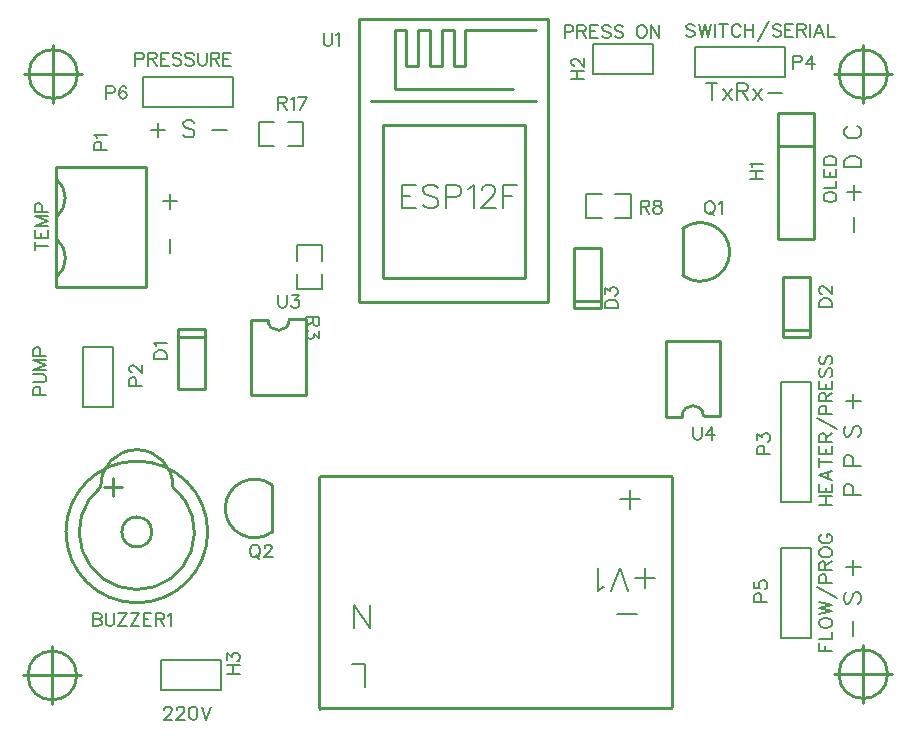
<source format=gto>
G04 Layer: TopSilkLayer*
G04 EasyEDA v6.4.19.4, 2021-06-14T19:23:21+03:00*
G04 c287602e535a46618d334795f056a235,b3268d441ec746f5bebdd9f8aa6dfed9,10*
G04 Gerber Generator version 0.2*
G04 Scale: 100 percent, Rotated: No, Reflected: No *
G04 Dimensions in millimeters *
G04 leading zeros omitted , absolute positions ,4 integer and 5 decimal *
%FSLAX45Y45*%
%MOMM*%

%ADD10C,0.2540*%
%ADD31C,0.2286*%
%ADD32C,0.1999*%
%ADD33C,0.2581*%
%ADD34C,0.2032*%
%ADD35C,0.2030*%
%ADD36C,0.1778*%
%ADD37C,0.1270*%

%LPD*%
D34*
X7282680Y-5265000D02*
G01*
X7282680Y-5142318D01*
X7221463Y-4896954D02*
G01*
X7207750Y-4910670D01*
X7200892Y-4930990D01*
X7200892Y-4958168D01*
X7207750Y-4978742D01*
X7221463Y-4992458D01*
X7234928Y-4992458D01*
X7248644Y-4985600D01*
X7255502Y-4978742D01*
X7262360Y-4965026D01*
X7275822Y-4924132D01*
X7282680Y-4910670D01*
X7289538Y-4903812D01*
X7303254Y-4896954D01*
X7323574Y-4896954D01*
X7337290Y-4910670D01*
X7344145Y-4930990D01*
X7344145Y-4958168D01*
X7337290Y-4978742D01*
X7323574Y-4992458D01*
X7221463Y-4685626D02*
G01*
X7344145Y-4685626D01*
X7282680Y-4746840D02*
G01*
X7282680Y-4624158D01*
X7200910Y-4072046D02*
G01*
X7344166Y-4072046D01*
X7200910Y-4072046D02*
G01*
X7200910Y-4010832D01*
X7207768Y-3990258D01*
X7214626Y-3983400D01*
X7228088Y-3976542D01*
X7248662Y-3976542D01*
X7262124Y-3983400D01*
X7268982Y-3990258D01*
X7275840Y-4010832D01*
X7275840Y-4072046D01*
X7200910Y-3826682D02*
G01*
X7344166Y-3826682D01*
X7200910Y-3826682D02*
G01*
X7200910Y-3765214D01*
X7207768Y-3744894D01*
X7214626Y-3738036D01*
X7228088Y-3731178D01*
X7248662Y-3731178D01*
X7262124Y-3738036D01*
X7268982Y-3744894D01*
X7275840Y-3765214D01*
X7275840Y-3826682D01*
X7221230Y-3485814D02*
G01*
X7207768Y-3499276D01*
X7200910Y-3519850D01*
X7200910Y-3547028D01*
X7207768Y-3567602D01*
X7221230Y-3581064D01*
X7234946Y-3581064D01*
X7248662Y-3574460D01*
X7255520Y-3567602D01*
X7262124Y-3553886D01*
X7275840Y-3512992D01*
X7282698Y-3499276D01*
X7289556Y-3492672D01*
X7303272Y-3485814D01*
X7323592Y-3485814D01*
X7337308Y-3499276D01*
X7344166Y-3519850D01*
X7344166Y-3547028D01*
X7337308Y-3567602D01*
X7323592Y-3581064D01*
X7221230Y-3274486D02*
G01*
X7344166Y-3274486D01*
X7282698Y-3335700D02*
G01*
X7282698Y-3213018D01*
X7288994Y-1843900D02*
G01*
X7288994Y-1721218D01*
X7227526Y-1509890D02*
G01*
X7350208Y-1509890D01*
X7288994Y-1571358D02*
G01*
X7288994Y-1448422D01*
X7207206Y-1298562D02*
G01*
X7350208Y-1298562D01*
X7207206Y-1298562D02*
G01*
X7207206Y-1250810D01*
X7214064Y-1230236D01*
X7227526Y-1216774D01*
X7241242Y-1209916D01*
X7261562Y-1203058D01*
X7295852Y-1203058D01*
X7316172Y-1209916D01*
X7329888Y-1216774D01*
X7343604Y-1230236D01*
X7350208Y-1250810D01*
X7350208Y-1298562D01*
X7241242Y-950836D02*
G01*
X7227526Y-957694D01*
X7214064Y-971156D01*
X7207206Y-984872D01*
X7207206Y-1012050D01*
X7214064Y-1025766D01*
X7227526Y-1039482D01*
X7241242Y-1046340D01*
X7261562Y-1053198D01*
X7295852Y-1053198D01*
X7316172Y-1046340D01*
X7329888Y-1039482D01*
X7343604Y-1025766D01*
X7350208Y-1012050D01*
X7350208Y-984872D01*
X7343604Y-971156D01*
X7329888Y-957694D01*
X7316172Y-950836D01*
X6083045Y-585978D02*
G01*
X6083045Y-729234D01*
X6035293Y-585978D02*
G01*
X6130797Y-585978D01*
X6175756Y-633729D02*
G01*
X6250940Y-729234D01*
X6250940Y-633729D02*
G01*
X6175756Y-729234D01*
X6295897Y-585978D02*
G01*
X6295897Y-729234D01*
X6295897Y-585978D02*
G01*
X6357111Y-585978D01*
X6377686Y-592836D01*
X6384543Y-599694D01*
X6391402Y-613155D01*
X6391402Y-626871D01*
X6384543Y-640587D01*
X6377686Y-647445D01*
X6357111Y-654304D01*
X6295897Y-654304D01*
X6343650Y-654304D02*
G01*
X6391402Y-729234D01*
X6436359Y-633729D02*
G01*
X6511290Y-729234D01*
X6511290Y-633729D02*
G01*
X6436359Y-729234D01*
X6556247Y-667765D02*
G01*
X6678929Y-667765D01*
X1397000Y-921257D02*
G01*
X1397000Y-1043939D01*
X1335531Y-982726D02*
G01*
X1458213Y-982726D01*
X1703831Y-921257D02*
G01*
X1690115Y-907542D01*
X1669542Y-900937D01*
X1642363Y-900937D01*
X1621789Y-907542D01*
X1608328Y-921257D01*
X1608328Y-934973D01*
X1615186Y-948689D01*
X1621789Y-955294D01*
X1635505Y-962152D01*
X1676400Y-975868D01*
X1690115Y-982726D01*
X1696973Y-989584D01*
X1703831Y-1003045D01*
X1703831Y-1023620D01*
X1690115Y-1037081D01*
X1669542Y-1043939D01*
X1642363Y-1043939D01*
X1621789Y-1037081D01*
X1608328Y-1023620D01*
X1853692Y-982726D02*
G01*
X1976373Y-982726D01*
X1497629Y-2024931D02*
G01*
X1497629Y-1902249D01*
X1436415Y-1585765D02*
G01*
X1559097Y-1585765D01*
X1497629Y-1647233D02*
G01*
X1497629Y-1524551D01*
X3145360Y-5696165D02*
G01*
X3145360Y-5502203D01*
X3145360Y-5502203D02*
G01*
X3034525Y-5502203D01*
X3187771Y-5200721D02*
G01*
X3187771Y-5006759D01*
X3187771Y-5200721D02*
G01*
X3058462Y-5006759D01*
X3058462Y-5200721D02*
G01*
X3058462Y-5006759D01*
X5447098Y-5081696D02*
G01*
X5280842Y-5081696D01*
X5520936Y-4859748D02*
G01*
X5520936Y-4693493D01*
X5604062Y-4776622D02*
G01*
X5437807Y-4776622D01*
X5376847Y-4887457D02*
G01*
X5302956Y-4693493D01*
X5229064Y-4887457D02*
G01*
X5302956Y-4693493D01*
X5168104Y-4850511D02*
G01*
X5149634Y-4859748D01*
X5121925Y-4887457D01*
X5121925Y-4693493D01*
X5389646Y-4192137D02*
G01*
X5389646Y-4025882D01*
X5472775Y-4109008D02*
G01*
X5306519Y-4109008D01*
D36*
X2797195Y-157479D02*
G01*
X2797195Y-235204D01*
X2802275Y-250952D01*
X2812689Y-261365D01*
X2828437Y-266445D01*
X2838851Y-266445D01*
X2854345Y-261365D01*
X2864759Y-250952D01*
X2869839Y-235204D01*
X2869839Y-157479D01*
X2904129Y-178054D02*
G01*
X2914543Y-172973D01*
X2930291Y-157479D01*
X2930291Y-266445D01*
D34*
X3458972Y-1447545D02*
G01*
X3458972Y-1641347D01*
X3458972Y-1447545D02*
G01*
X3578859Y-1447545D01*
X3458972Y-1539747D02*
G01*
X3532631Y-1539747D01*
X3458972Y-1641347D02*
G01*
X3578859Y-1641347D01*
X3769106Y-1475231D02*
G01*
X3750818Y-1456689D01*
X3723131Y-1447545D01*
X3686047Y-1447545D01*
X3658361Y-1456689D01*
X3639820Y-1475231D01*
X3639820Y-1493520D01*
X3649218Y-1512062D01*
X3658361Y-1521205D01*
X3676904Y-1530604D01*
X3732275Y-1549145D01*
X3750818Y-1558289D01*
X3759961Y-1567434D01*
X3769106Y-1585976D01*
X3769106Y-1613662D01*
X3750818Y-1632204D01*
X3723131Y-1641347D01*
X3686047Y-1641347D01*
X3658361Y-1632204D01*
X3639820Y-1613662D01*
X3830065Y-1447545D02*
G01*
X3830065Y-1641347D01*
X3830065Y-1447545D02*
G01*
X3913377Y-1447545D01*
X3941063Y-1456689D01*
X3950208Y-1465834D01*
X3959352Y-1484376D01*
X3959352Y-1512062D01*
X3950208Y-1530604D01*
X3941063Y-1539747D01*
X3913377Y-1549145D01*
X3830065Y-1549145D01*
X4020311Y-1484376D02*
G01*
X4038854Y-1475231D01*
X4066540Y-1447545D01*
X4066540Y-1641347D01*
X4136897Y-1493520D02*
G01*
X4136897Y-1484376D01*
X4146041Y-1465834D01*
X4155186Y-1456689D01*
X4173727Y-1447545D01*
X4210811Y-1447545D01*
X4229100Y-1456689D01*
X4238497Y-1465834D01*
X4247641Y-1484376D01*
X4247641Y-1502918D01*
X4238497Y-1521205D01*
X4219956Y-1549145D01*
X4127500Y-1641347D01*
X4256786Y-1641347D01*
X4317745Y-1447545D02*
G01*
X4317745Y-1641347D01*
X4317745Y-1447545D02*
G01*
X4437888Y-1447545D01*
X4317745Y-1539747D02*
G01*
X4391659Y-1539747D01*
D36*
X2413000Y-2376170D02*
G01*
X2413000Y-2453894D01*
X2418079Y-2469642D01*
X2428494Y-2480055D01*
X2444241Y-2485136D01*
X2454656Y-2485136D01*
X2470150Y-2480055D01*
X2480563Y-2469642D01*
X2485643Y-2453894D01*
X2485643Y-2376170D01*
X2530347Y-2376170D02*
G01*
X2587497Y-2376170D01*
X2556509Y-2417571D01*
X2572004Y-2417571D01*
X2582418Y-2422905D01*
X2587497Y-2427986D01*
X2592831Y-2443479D01*
X2592831Y-2453894D01*
X2587497Y-2469642D01*
X2577084Y-2480055D01*
X2561590Y-2485136D01*
X2546095Y-2485136D01*
X2530347Y-2480055D01*
X2525268Y-2474721D01*
X2519934Y-2464307D01*
X5926988Y-3493363D02*
G01*
X5926988Y-3571087D01*
X5932068Y-3586835D01*
X5942482Y-3597249D01*
X5958230Y-3602329D01*
X5968644Y-3602329D01*
X5984138Y-3597249D01*
X5994552Y-3586835D01*
X5999632Y-3571087D01*
X5999632Y-3493363D01*
X6085992Y-3493363D02*
G01*
X6033922Y-3566007D01*
X6111900Y-3566007D01*
X6085992Y-3493363D02*
G01*
X6085992Y-3602329D01*
X1360170Y-2921000D02*
G01*
X1469136Y-2921000D01*
X1360170Y-2921000D02*
G01*
X1360170Y-2884678D01*
X1365250Y-2868929D01*
X1375663Y-2858770D01*
X1386078Y-2853436D01*
X1401571Y-2848355D01*
X1427479Y-2848355D01*
X1443228Y-2853436D01*
X1453642Y-2858770D01*
X1464055Y-2868929D01*
X1469136Y-2884678D01*
X1469136Y-2921000D01*
X1380744Y-2814065D02*
G01*
X1375663Y-2803652D01*
X1360170Y-2787904D01*
X1469136Y-2787904D01*
X6991756Y-2480995D02*
G01*
X7100722Y-2480995D01*
X6991756Y-2480995D02*
G01*
X6991756Y-2444673D01*
X6996836Y-2428925D01*
X7007250Y-2418765D01*
X7017664Y-2413431D01*
X7033158Y-2408351D01*
X7059066Y-2408351D01*
X7074814Y-2413431D01*
X7085228Y-2418765D01*
X7095642Y-2428925D01*
X7100722Y-2444673D01*
X7100722Y-2480995D01*
X7017664Y-2368727D02*
G01*
X7012330Y-2368727D01*
X7001916Y-2363647D01*
X6996836Y-2358313D01*
X6991756Y-2347899D01*
X6991756Y-2327325D01*
X6996836Y-2316911D01*
X7001916Y-2311577D01*
X7012330Y-2306497D01*
X7022744Y-2306497D01*
X7033158Y-2311577D01*
X7048906Y-2321991D01*
X7100722Y-2374061D01*
X7100722Y-2301163D01*
X5178569Y-2491879D02*
G01*
X5287535Y-2491879D01*
X5178569Y-2491879D02*
G01*
X5178569Y-2455557D01*
X5183649Y-2439809D01*
X5194063Y-2429649D01*
X5204477Y-2424315D01*
X5219971Y-2419235D01*
X5245879Y-2419235D01*
X5261627Y-2424315D01*
X5272041Y-2429649D01*
X5282455Y-2439809D01*
X5287535Y-2455557D01*
X5287535Y-2491879D01*
X5178569Y-2374531D02*
G01*
X5178569Y-2317381D01*
X5219971Y-2348369D01*
X5219971Y-2332875D01*
X5225305Y-2322461D01*
X5230385Y-2317381D01*
X5245879Y-2312047D01*
X5256293Y-2312047D01*
X5272041Y-2317381D01*
X5282455Y-2327795D01*
X5287535Y-2343289D01*
X5287535Y-2358783D01*
X5282455Y-2374531D01*
X5277121Y-2379611D01*
X5266707Y-2384945D01*
X6056629Y-1583766D02*
G01*
X6046215Y-1588846D01*
X6035802Y-1599260D01*
X6030468Y-1609674D01*
X6025388Y-1625168D01*
X6025388Y-1651076D01*
X6030468Y-1666824D01*
X6035802Y-1677238D01*
X6046215Y-1687652D01*
X6056629Y-1692732D01*
X6077458Y-1692732D01*
X6087618Y-1687652D01*
X6098031Y-1677238D01*
X6103365Y-1666824D01*
X6108445Y-1651076D01*
X6108445Y-1625168D01*
X6103365Y-1609674D01*
X6098031Y-1599260D01*
X6087618Y-1588846D01*
X6077458Y-1583766D01*
X6056629Y-1583766D01*
X6072124Y-1671904D02*
G01*
X6103365Y-1703146D01*
X6142736Y-1604340D02*
G01*
X6153150Y-1599260D01*
X6168897Y-1583766D01*
X6168897Y-1692732D01*
X2205837Y-4491761D02*
G01*
X2195423Y-4496841D01*
X2185009Y-4507255D01*
X2179675Y-4517669D01*
X2174595Y-4533163D01*
X2174595Y-4559071D01*
X2179675Y-4574819D01*
X2185009Y-4585233D01*
X2195423Y-4595647D01*
X2205837Y-4600727D01*
X2226665Y-4600727D01*
X2236825Y-4595647D01*
X2247239Y-4585233D01*
X2252573Y-4574819D01*
X2257653Y-4559071D01*
X2257653Y-4533163D01*
X2252573Y-4517669D01*
X2247239Y-4507255D01*
X2236825Y-4496841D01*
X2226665Y-4491761D01*
X2205837Y-4491761D01*
X2221331Y-4579899D02*
G01*
X2252573Y-4611141D01*
X2297277Y-4517669D02*
G01*
X2297277Y-4512335D01*
X2302357Y-4501921D01*
X2307691Y-4496841D01*
X2318105Y-4491761D01*
X2338679Y-4491761D01*
X2349093Y-4496841D01*
X2354427Y-4501921D01*
X2359507Y-4512335D01*
X2359507Y-4522749D01*
X2354427Y-4533163D01*
X2344013Y-4548911D01*
X2291943Y-4600727D01*
X2364841Y-4600727D01*
X844593Y-5073142D02*
G01*
X844593Y-5182107D01*
X844593Y-5073142D02*
G01*
X891329Y-5073142D01*
X906823Y-5078221D01*
X912157Y-5083302D01*
X917237Y-5093715D01*
X917237Y-5104129D01*
X912157Y-5114544D01*
X906823Y-5119878D01*
X891329Y-5124957D01*
X844593Y-5124957D02*
G01*
X891329Y-5124957D01*
X906823Y-5130292D01*
X912157Y-5135371D01*
X917237Y-5145786D01*
X917237Y-5161279D01*
X912157Y-5171694D01*
X906823Y-5177028D01*
X891329Y-5182107D01*
X844593Y-5182107D01*
X951527Y-5073142D02*
G01*
X951527Y-5150865D01*
X956861Y-5166613D01*
X967275Y-5177028D01*
X982769Y-5182107D01*
X993183Y-5182107D01*
X1008677Y-5177028D01*
X1019091Y-5166613D01*
X1024425Y-5150865D01*
X1024425Y-5073142D01*
X1131359Y-5073142D02*
G01*
X1058715Y-5182107D01*
X1058715Y-5073142D02*
G01*
X1131359Y-5073142D01*
X1058715Y-5182107D02*
G01*
X1131359Y-5182107D01*
X1238293Y-5073142D02*
G01*
X1165649Y-5182107D01*
X1165649Y-5073142D02*
G01*
X1238293Y-5073142D01*
X1165649Y-5182107D02*
G01*
X1238293Y-5182107D01*
X1272583Y-5073142D02*
G01*
X1272583Y-5182107D01*
X1272583Y-5073142D02*
G01*
X1340147Y-5073142D01*
X1272583Y-5124957D02*
G01*
X1314239Y-5124957D01*
X1272583Y-5182107D02*
G01*
X1340147Y-5182107D01*
X1374437Y-5073142D02*
G01*
X1374437Y-5182107D01*
X1374437Y-5073142D02*
G01*
X1421173Y-5073142D01*
X1436921Y-5078221D01*
X1442001Y-5083302D01*
X1447335Y-5093715D01*
X1447335Y-5104129D01*
X1442001Y-5114544D01*
X1436921Y-5119878D01*
X1421173Y-5124957D01*
X1374437Y-5124957D01*
X1411013Y-5124957D02*
G01*
X1447335Y-5182107D01*
X1481625Y-5093715D02*
G01*
X1492039Y-5088636D01*
X1507533Y-5073142D01*
X1507533Y-5182107D01*
X6407096Y-1399357D02*
G01*
X6516062Y-1399357D01*
X6407096Y-1326713D02*
G01*
X6516062Y-1326713D01*
X6458912Y-1399357D02*
G01*
X6458912Y-1326713D01*
X6427670Y-1292423D02*
G01*
X6422590Y-1282009D01*
X6407096Y-1266261D01*
X6516062Y-1266261D01*
D37*
X7030839Y-1560725D02*
G01*
X7035919Y-1571139D01*
X7046333Y-1581553D01*
X7056747Y-1586887D01*
X7072241Y-1591967D01*
X7098149Y-1591967D01*
X7113897Y-1586887D01*
X7124311Y-1581553D01*
X7134725Y-1571139D01*
X7139805Y-1560725D01*
X7139805Y-1539897D01*
X7134725Y-1529737D01*
X7124311Y-1519323D01*
X7113897Y-1513989D01*
X7098149Y-1508909D01*
X7072241Y-1508909D01*
X7056747Y-1513989D01*
X7046333Y-1519323D01*
X7035919Y-1529737D01*
X7030839Y-1539897D01*
X7030839Y-1560725D01*
X7030839Y-1474619D02*
G01*
X7139805Y-1474619D01*
X7139805Y-1474619D02*
G01*
X7139805Y-1412135D01*
X7030839Y-1377845D02*
G01*
X7139805Y-1377845D01*
X7030839Y-1377845D02*
G01*
X7030839Y-1310281D01*
X7082655Y-1377845D02*
G01*
X7082655Y-1336443D01*
X7139805Y-1377845D02*
G01*
X7139805Y-1310281D01*
X7030839Y-1275991D02*
G01*
X7139805Y-1275991D01*
X7030839Y-1275991D02*
G01*
X7030839Y-1239669D01*
X7035919Y-1224175D01*
X7046333Y-1213761D01*
X7056747Y-1208427D01*
X7072241Y-1203347D01*
X7098149Y-1203347D01*
X7113897Y-1208427D01*
X7124311Y-1213761D01*
X7134725Y-1224175D01*
X7139805Y-1239669D01*
X7139805Y-1275991D01*
D36*
X5480989Y-1581277D02*
G01*
X5480989Y-1690243D01*
X5480989Y-1581277D02*
G01*
X5527725Y-1581277D01*
X5543219Y-1586356D01*
X5548553Y-1591437D01*
X5553633Y-1601851D01*
X5553633Y-1612264D01*
X5548553Y-1622679D01*
X5543219Y-1628012D01*
X5527725Y-1633093D01*
X5480989Y-1633093D01*
X5517311Y-1633093D02*
G01*
X5553633Y-1690243D01*
X5614085Y-1581277D02*
G01*
X5598337Y-1586356D01*
X5593257Y-1596770D01*
X5593257Y-1607185D01*
X5598337Y-1617598D01*
X5608751Y-1622679D01*
X5629579Y-1628012D01*
X5645073Y-1633093D01*
X5655487Y-1643506D01*
X5660821Y-1653920D01*
X5660821Y-1669414D01*
X5655487Y-1679829D01*
X5650407Y-1685162D01*
X5634659Y-1690243D01*
X5614085Y-1690243D01*
X5598337Y-1685162D01*
X5593257Y-1679829D01*
X5587923Y-1669414D01*
X5587923Y-1653920D01*
X5593257Y-1643506D01*
X5603671Y-1633093D01*
X5619165Y-1628012D01*
X5639993Y-1622679D01*
X5650407Y-1617598D01*
X5655487Y-1607185D01*
X5655487Y-1596770D01*
X5650407Y-1586356D01*
X5634659Y-1581277D01*
X5614085Y-1581277D01*
X2413000Y-699770D02*
G01*
X2413000Y-808736D01*
X2413000Y-699770D02*
G01*
X2459736Y-699770D01*
X2475229Y-704850D01*
X2480563Y-709929D01*
X2485643Y-720344D01*
X2485643Y-730757D01*
X2480563Y-741171D01*
X2475229Y-746505D01*
X2459736Y-751586D01*
X2413000Y-751586D01*
X2449322Y-751586D02*
G01*
X2485643Y-808736D01*
X2519934Y-720344D02*
G01*
X2530347Y-715263D01*
X2546095Y-699770D01*
X2546095Y-808736D01*
X2653029Y-699770D02*
G01*
X2600959Y-808736D01*
X2580386Y-699770D02*
G01*
X2653029Y-699770D01*
X1979269Y-5587441D02*
G01*
X2088235Y-5587441D01*
X1979269Y-5514797D02*
G01*
X2088235Y-5514797D01*
X2031085Y-5587441D02*
G01*
X2031085Y-5514797D01*
X1979269Y-5470093D02*
G01*
X1979269Y-5412943D01*
X2020671Y-5443931D01*
X2020671Y-5428437D01*
X2026005Y-5418023D01*
X2031085Y-5412943D01*
X2046579Y-5407609D01*
X2056993Y-5407609D01*
X2072741Y-5412943D01*
X2083155Y-5423357D01*
X2088235Y-5438851D01*
X2088235Y-5454345D01*
X2083155Y-5470093D01*
X2077821Y-5475173D01*
X2067407Y-5480507D01*
D37*
X1447744Y-5891192D02*
G01*
X1447744Y-5885858D01*
X1453078Y-5875444D01*
X1458158Y-5870364D01*
X1468572Y-5865284D01*
X1489400Y-5865284D01*
X1499814Y-5870364D01*
X1504894Y-5875444D01*
X1510228Y-5885858D01*
X1510228Y-5896272D01*
X1504894Y-5906686D01*
X1494734Y-5922434D01*
X1442664Y-5974250D01*
X1515308Y-5974250D01*
X1554932Y-5891192D02*
G01*
X1554932Y-5885858D01*
X1560012Y-5875444D01*
X1565346Y-5870364D01*
X1575760Y-5865284D01*
X1596334Y-5865284D01*
X1606748Y-5870364D01*
X1612082Y-5875444D01*
X1617162Y-5885858D01*
X1617162Y-5896272D01*
X1612082Y-5906686D01*
X1601668Y-5922434D01*
X1549598Y-5974250D01*
X1622496Y-5974250D01*
X1687774Y-5865284D02*
G01*
X1672280Y-5870364D01*
X1661866Y-5885858D01*
X1656786Y-5912020D01*
X1656786Y-5927514D01*
X1661866Y-5953422D01*
X1672280Y-5969170D01*
X1687774Y-5974250D01*
X1698188Y-5974250D01*
X1713936Y-5969170D01*
X1724350Y-5953422D01*
X1729430Y-5927514D01*
X1729430Y-5912020D01*
X1724350Y-5885858D01*
X1713936Y-5870364D01*
X1698188Y-5865284D01*
X1687774Y-5865284D01*
X1763720Y-5865284D02*
G01*
X1805376Y-5974250D01*
X1846778Y-5865284D02*
G01*
X1805376Y-5974250D01*
D36*
X1152875Y-3147077D02*
G01*
X1261841Y-3147077D01*
X1152875Y-3147077D02*
G01*
X1152875Y-3100341D01*
X1157955Y-3084847D01*
X1163035Y-3079513D01*
X1173449Y-3074433D01*
X1189197Y-3074433D01*
X1199611Y-3079513D01*
X1204691Y-3084847D01*
X1210025Y-3100341D01*
X1210025Y-3147077D01*
X1178783Y-3034809D02*
G01*
X1173449Y-3034809D01*
X1163035Y-3029729D01*
X1157955Y-3024395D01*
X1152875Y-3013981D01*
X1152875Y-2993407D01*
X1157955Y-2982993D01*
X1163035Y-2977659D01*
X1173449Y-2972579D01*
X1183863Y-2972579D01*
X1194277Y-2977659D01*
X1210025Y-2988073D01*
X1261841Y-3040143D01*
X1261841Y-2967245D01*
D37*
X340232Y-3226523D02*
G01*
X449453Y-3226523D01*
X340232Y-3226523D02*
G01*
X340232Y-3179787D01*
X345312Y-3164293D01*
X350646Y-3159213D01*
X361061Y-3153879D01*
X376554Y-3153879D01*
X386969Y-3159213D01*
X392303Y-3164293D01*
X397382Y-3179787D01*
X397382Y-3226523D01*
X340232Y-3119589D02*
G01*
X418211Y-3119589D01*
X433704Y-3114509D01*
X444119Y-3104095D01*
X449453Y-3088347D01*
X449453Y-3077933D01*
X444119Y-3062439D01*
X433704Y-3052025D01*
X418211Y-3046945D01*
X340232Y-3046945D01*
X340232Y-3012655D02*
G01*
X449453Y-3012655D01*
X340232Y-3012655D02*
G01*
X449453Y-2970999D01*
X340232Y-2929343D02*
G01*
X449453Y-2970999D01*
X340232Y-2929343D02*
G01*
X449453Y-2929343D01*
X340232Y-2895053D02*
G01*
X449453Y-2895053D01*
X340232Y-2895053D02*
G01*
X340232Y-2848317D01*
X345312Y-2832823D01*
X350646Y-2827743D01*
X361061Y-2822409D01*
X376554Y-2822409D01*
X386969Y-2827743D01*
X392303Y-2832823D01*
X397382Y-2848317D01*
X397382Y-2895053D01*
D36*
X6470101Y-3726682D02*
G01*
X6579067Y-3726682D01*
X6470101Y-3726682D02*
G01*
X6470101Y-3679946D01*
X6475181Y-3664452D01*
X6480261Y-3659118D01*
X6490675Y-3654038D01*
X6506423Y-3654038D01*
X6516837Y-3659118D01*
X6521917Y-3664452D01*
X6527251Y-3679946D01*
X6527251Y-3726682D01*
X6470101Y-3609334D02*
G01*
X6470101Y-3552184D01*
X6511503Y-3583172D01*
X6511503Y-3567678D01*
X6516837Y-3557264D01*
X6521917Y-3552184D01*
X6537411Y-3546850D01*
X6547825Y-3546850D01*
X6563573Y-3552184D01*
X6573987Y-3562598D01*
X6579067Y-3578092D01*
X6579067Y-3593586D01*
X6573987Y-3609334D01*
X6568653Y-3614414D01*
X6558239Y-3619748D01*
D37*
X6994921Y-4157393D02*
G01*
X7103887Y-4157393D01*
X6994921Y-4084495D02*
G01*
X7103887Y-4084495D01*
X7046737Y-4157393D02*
G01*
X7046737Y-4084495D01*
X6994921Y-4050205D02*
G01*
X7103887Y-4050205D01*
X6994921Y-4050205D02*
G01*
X6994921Y-3982641D01*
X7046737Y-4050205D02*
G01*
X7046737Y-4008803D01*
X7103887Y-4050205D02*
G01*
X7103887Y-3982641D01*
X6994921Y-3906949D02*
G01*
X7103887Y-3948348D01*
X6994921Y-3906949D02*
G01*
X7103887Y-3865293D01*
X7067565Y-3932857D02*
G01*
X7067565Y-3881041D01*
X6994921Y-3794681D02*
G01*
X7103887Y-3794681D01*
X6994921Y-3831003D02*
G01*
X6994921Y-3758356D01*
X6994921Y-3724069D02*
G01*
X7103887Y-3724069D01*
X6994921Y-3724069D02*
G01*
X6994921Y-3656505D01*
X7046737Y-3724069D02*
G01*
X7046737Y-3682413D01*
X7103887Y-3724069D02*
G01*
X7103887Y-3656505D01*
X6994921Y-3622215D02*
G01*
X7103887Y-3622215D01*
X6994921Y-3622215D02*
G01*
X6994921Y-3575479D01*
X7000001Y-3559731D01*
X7005335Y-3554648D01*
X7015749Y-3549571D01*
X7026163Y-3549571D01*
X7036577Y-3554648D01*
X7041657Y-3559731D01*
X7046737Y-3575479D01*
X7046737Y-3622215D01*
X7046737Y-3585893D02*
G01*
X7103887Y-3549571D01*
X6974093Y-3421555D02*
G01*
X7140463Y-3515281D01*
X6994921Y-3387265D02*
G01*
X7103887Y-3387265D01*
X6994921Y-3387265D02*
G01*
X6994921Y-3340529D01*
X7000001Y-3325035D01*
X7005335Y-3319698D01*
X7015749Y-3314621D01*
X7031243Y-3314621D01*
X7041657Y-3319698D01*
X7046737Y-3325035D01*
X7052071Y-3340529D01*
X7052071Y-3387265D01*
X6994921Y-3280331D02*
G01*
X7103887Y-3280331D01*
X6994921Y-3280331D02*
G01*
X6994921Y-3233595D01*
X7000001Y-3218098D01*
X7005335Y-3212764D01*
X7015749Y-3207687D01*
X7026163Y-3207687D01*
X7036577Y-3212764D01*
X7041657Y-3218098D01*
X7046737Y-3233595D01*
X7046737Y-3280331D01*
X7046737Y-3244006D02*
G01*
X7103887Y-3207687D01*
X6994921Y-3173397D02*
G01*
X7103887Y-3173397D01*
X6994921Y-3173397D02*
G01*
X6994921Y-3105830D01*
X7046737Y-3173397D02*
G01*
X7046737Y-3131741D01*
X7103887Y-3173397D02*
G01*
X7103887Y-3105830D01*
X7010415Y-2998645D02*
G01*
X7000001Y-3009056D01*
X6994921Y-3024807D01*
X6994921Y-3045381D01*
X7000001Y-3061129D01*
X7010415Y-3071543D01*
X7020829Y-3071543D01*
X7031243Y-3066206D01*
X7036577Y-3061129D01*
X7041657Y-3050715D01*
X7052071Y-3019473D01*
X7057151Y-3009056D01*
X7062485Y-3003979D01*
X7072899Y-2998645D01*
X7088393Y-2998645D01*
X7098807Y-3009056D01*
X7103887Y-3024807D01*
X7103887Y-3045381D01*
X7098807Y-3061129D01*
X7088393Y-3071543D01*
X7010415Y-2891711D02*
G01*
X7000001Y-2902122D01*
X6994921Y-2917619D01*
X6994921Y-2938447D01*
X7000001Y-2953941D01*
X7010415Y-2964355D01*
X7020829Y-2964355D01*
X7031243Y-2959272D01*
X7036577Y-2953941D01*
X7041657Y-2943781D01*
X7052071Y-2912539D01*
X7057151Y-2902122D01*
X7062485Y-2896791D01*
X7072899Y-2891711D01*
X7088393Y-2891711D01*
X7098807Y-2902122D01*
X7103887Y-2917619D01*
X7103887Y-2938447D01*
X7098807Y-2953941D01*
X7088393Y-2964355D01*
D36*
X856777Y-1153650D02*
G01*
X965743Y-1153650D01*
X856777Y-1153650D02*
G01*
X856777Y-1106914D01*
X861857Y-1091420D01*
X866937Y-1086086D01*
X877351Y-1081006D01*
X893099Y-1081006D01*
X903513Y-1086086D01*
X908593Y-1091420D01*
X913927Y-1106914D01*
X913927Y-1153650D01*
X877351Y-1046716D02*
G01*
X872271Y-1036302D01*
X856777Y-1020554D01*
X965743Y-1020554D01*
D37*
X352836Y-1962924D02*
G01*
X461802Y-1962924D01*
X352836Y-1999246D02*
G01*
X352836Y-1926602D01*
X352836Y-1892312D02*
G01*
X461802Y-1892312D01*
X352836Y-1892312D02*
G01*
X352836Y-1824748D01*
X404652Y-1892312D02*
G01*
X404652Y-1850656D01*
X461802Y-1892312D02*
G01*
X461802Y-1824748D01*
X352836Y-1790458D02*
G01*
X461802Y-1790458D01*
X352836Y-1790458D02*
G01*
X461802Y-1748802D01*
X352836Y-1707400D02*
G01*
X461802Y-1748802D01*
X352836Y-1707400D02*
G01*
X461802Y-1707400D01*
X352836Y-1673110D02*
G01*
X461802Y-1673110D01*
X352836Y-1673110D02*
G01*
X352836Y-1626120D01*
X357916Y-1610626D01*
X363250Y-1605546D01*
X373664Y-1600212D01*
X389158Y-1600212D01*
X399572Y-1605546D01*
X404652Y-1610626D01*
X409986Y-1626120D01*
X409986Y-1673110D01*
D36*
X2760832Y-2567724D02*
G01*
X2651866Y-2567724D01*
X2760832Y-2567724D02*
G01*
X2760832Y-2614460D01*
X2755752Y-2629954D01*
X2750672Y-2635288D01*
X2740258Y-2640368D01*
X2729844Y-2640368D01*
X2719430Y-2635288D01*
X2714096Y-2629954D01*
X2709016Y-2614460D01*
X2709016Y-2567724D01*
X2709016Y-2604046D02*
G01*
X2651866Y-2640368D01*
X2760832Y-2685072D02*
G01*
X2760832Y-2742222D01*
X2719430Y-2711234D01*
X2719430Y-2726728D01*
X2714096Y-2737142D01*
X2709016Y-2742222D01*
X2693522Y-2747556D01*
X2683108Y-2747556D01*
X2667360Y-2742222D01*
X2656946Y-2731808D01*
X2651866Y-2716314D01*
X2651866Y-2700820D01*
X2656946Y-2685072D01*
X2662280Y-2679992D01*
X2672694Y-2674658D01*
X6772534Y-352785D02*
G01*
X6772534Y-461751D01*
X6772534Y-352785D02*
G01*
X6819270Y-352785D01*
X6834764Y-357865D01*
X6840098Y-362945D01*
X6845178Y-373359D01*
X6845178Y-389107D01*
X6840098Y-399521D01*
X6834764Y-404601D01*
X6819270Y-409935D01*
X6772534Y-409935D01*
X6931538Y-352785D02*
G01*
X6879468Y-425429D01*
X6957446Y-425429D01*
X6931538Y-352785D02*
G01*
X6931538Y-461751D01*
D37*
X5938011Y-99313D02*
G01*
X5927597Y-88900D01*
X5912104Y-83820D01*
X5891275Y-83820D01*
X5875781Y-88900D01*
X5865368Y-99313D01*
X5865368Y-109728D01*
X5870447Y-120142D01*
X5875781Y-125221D01*
X5886195Y-130555D01*
X5917184Y-140970D01*
X5927597Y-146050D01*
X5932931Y-151129D01*
X5938011Y-161544D01*
X5938011Y-177292D01*
X5927597Y-187705D01*
X5912104Y-192786D01*
X5891275Y-192786D01*
X5875781Y-187705D01*
X5865368Y-177292D01*
X5972302Y-83820D02*
G01*
X5998209Y-192786D01*
X6024372Y-83820D02*
G01*
X5998209Y-192786D01*
X6024372Y-83820D02*
G01*
X6050279Y-192786D01*
X6076188Y-83820D02*
G01*
X6050279Y-192786D01*
X6110477Y-83820D02*
G01*
X6110477Y-192786D01*
X6181090Y-83820D02*
G01*
X6181090Y-192786D01*
X6144768Y-83820D02*
G01*
X6217665Y-83820D01*
X6329679Y-109728D02*
G01*
X6324600Y-99313D01*
X6314186Y-88900D01*
X6303772Y-83820D01*
X6282943Y-83820D01*
X6272529Y-88900D01*
X6262115Y-99313D01*
X6257036Y-109728D01*
X6251956Y-125221D01*
X6251956Y-151129D01*
X6257036Y-166878D01*
X6262115Y-177292D01*
X6272529Y-187705D01*
X6282943Y-192786D01*
X6303772Y-192786D01*
X6314186Y-187705D01*
X6324600Y-177292D01*
X6329679Y-166878D01*
X6363970Y-83820D02*
G01*
X6363970Y-192786D01*
X6436868Y-83820D02*
G01*
X6436868Y-192786D01*
X6363970Y-135636D02*
G01*
X6436868Y-135636D01*
X6564629Y-62992D02*
G01*
X6471158Y-229107D01*
X6671563Y-99313D02*
G01*
X6661150Y-88900D01*
X6645656Y-83820D01*
X6624827Y-83820D01*
X6609334Y-88900D01*
X6598920Y-99313D01*
X6598920Y-109728D01*
X6604000Y-120142D01*
X6609334Y-125221D01*
X6619747Y-130555D01*
X6650736Y-140970D01*
X6661150Y-146050D01*
X6666484Y-151129D01*
X6671563Y-161544D01*
X6671563Y-177292D01*
X6661150Y-187705D01*
X6645656Y-192786D01*
X6624827Y-192786D01*
X6609334Y-187705D01*
X6598920Y-177292D01*
X6705854Y-83820D02*
G01*
X6705854Y-192786D01*
X6705854Y-83820D02*
G01*
X6773418Y-83820D01*
X6705854Y-135636D02*
G01*
X6747509Y-135636D01*
X6705854Y-192786D02*
G01*
X6773418Y-192786D01*
X6807708Y-83820D02*
G01*
X6807708Y-192786D01*
X6807708Y-83820D02*
G01*
X6854443Y-83820D01*
X6870191Y-88900D01*
X6875272Y-93979D01*
X6880606Y-104394D01*
X6880606Y-114807D01*
X6875272Y-125221D01*
X6870191Y-130555D01*
X6854443Y-135636D01*
X6807708Y-135636D01*
X6844029Y-135636D02*
G01*
X6880606Y-192786D01*
X6914895Y-83820D02*
G01*
X6914895Y-192786D01*
X6990588Y-83820D02*
G01*
X6949186Y-192786D01*
X6990588Y-83820D02*
G01*
X7032243Y-192786D01*
X6964679Y-156463D02*
G01*
X7016495Y-156463D01*
X7066534Y-83820D02*
G01*
X7066534Y-192786D01*
X7066534Y-192786D02*
G01*
X7128763Y-192786D01*
D36*
X6444896Y-4974148D02*
G01*
X6553862Y-4974148D01*
X6444896Y-4974148D02*
G01*
X6444896Y-4927412D01*
X6449976Y-4911918D01*
X6455056Y-4906584D01*
X6465470Y-4901504D01*
X6481218Y-4901504D01*
X6491632Y-4906584D01*
X6496712Y-4911918D01*
X6502046Y-4927412D01*
X6502046Y-4974148D01*
X6444896Y-4804730D02*
G01*
X6444896Y-4856800D01*
X6491632Y-4861880D01*
X6486298Y-4856800D01*
X6481218Y-4841052D01*
X6481218Y-4825558D01*
X6486298Y-4810064D01*
X6496712Y-4799650D01*
X6512206Y-4794316D01*
X6522620Y-4794316D01*
X6538368Y-4799650D01*
X6548782Y-4810064D01*
X6553862Y-4825558D01*
X6553862Y-4841052D01*
X6548782Y-4856800D01*
X6543448Y-4861880D01*
X6533034Y-4867214D01*
D37*
X6994870Y-5394756D02*
G01*
X7103836Y-5394756D01*
X6994870Y-5394756D02*
G01*
X6994870Y-5327446D01*
X7046686Y-5394756D02*
G01*
X7046686Y-5353354D01*
X6994870Y-5293156D02*
G01*
X7103836Y-5293156D01*
X7103836Y-5293156D02*
G01*
X7103836Y-5230672D01*
X6994870Y-5165140D02*
G01*
X6999950Y-5175554D01*
X7010364Y-5185968D01*
X7020778Y-5191302D01*
X7036272Y-5196382D01*
X7062434Y-5196382D01*
X7077928Y-5191302D01*
X7088342Y-5185968D01*
X7098756Y-5175554D01*
X7103836Y-5165140D01*
X7103836Y-5144566D01*
X7098756Y-5134152D01*
X7088342Y-5123738D01*
X7077928Y-5118404D01*
X7062434Y-5113324D01*
X7036272Y-5113324D01*
X7020778Y-5118404D01*
X7010364Y-5123738D01*
X6999950Y-5134152D01*
X6994870Y-5144566D01*
X6994870Y-5165140D01*
X6994870Y-5079034D02*
G01*
X7103836Y-5053126D01*
X6994870Y-5026964D02*
G01*
X7103836Y-5053126D01*
X6994870Y-5026964D02*
G01*
X7103836Y-5001056D01*
X6994870Y-4975148D02*
G01*
X7103836Y-5001056D01*
X6974042Y-4847386D02*
G01*
X7140412Y-4940858D01*
X6994870Y-4813096D02*
G01*
X7103836Y-4813096D01*
X6994870Y-4813096D02*
G01*
X6994870Y-4766106D01*
X6999950Y-4750612D01*
X7005284Y-4745532D01*
X7015698Y-4740198D01*
X7031192Y-4740198D01*
X7041606Y-4745532D01*
X7046686Y-4750612D01*
X7052020Y-4766106D01*
X7052020Y-4813096D01*
X6994870Y-4705908D02*
G01*
X7103836Y-4705908D01*
X6994870Y-4705908D02*
G01*
X6994870Y-4659172D01*
X6999950Y-4643678D01*
X7005284Y-4638344D01*
X7015698Y-4633264D01*
X7026112Y-4633264D01*
X7036272Y-4638344D01*
X7041606Y-4643678D01*
X7046686Y-4659172D01*
X7046686Y-4705908D01*
X7046686Y-4669586D02*
G01*
X7103836Y-4633264D01*
X6994870Y-4567732D02*
G01*
X6999950Y-4578146D01*
X7010364Y-4588560D01*
X7020778Y-4593640D01*
X7036272Y-4598974D01*
X7062434Y-4598974D01*
X7077928Y-4593640D01*
X7088342Y-4588560D01*
X7098756Y-4578146D01*
X7103836Y-4567732D01*
X7103836Y-4546904D01*
X7098756Y-4536490D01*
X7088342Y-4526076D01*
X7077928Y-4520996D01*
X7062434Y-4515916D01*
X7036272Y-4515916D01*
X7020778Y-4520996D01*
X7010364Y-4526076D01*
X6999950Y-4536490D01*
X6994870Y-4546904D01*
X6994870Y-4567732D01*
X7020778Y-4403648D02*
G01*
X7010364Y-4408728D01*
X6999950Y-4419142D01*
X6994870Y-4429556D01*
X6994870Y-4450384D01*
X6999950Y-4460798D01*
X7010364Y-4471212D01*
X7020778Y-4476292D01*
X7036272Y-4481626D01*
X7062434Y-4481626D01*
X7077928Y-4476292D01*
X7088342Y-4471212D01*
X7098756Y-4460798D01*
X7103836Y-4450384D01*
X7103836Y-4429556D01*
X7098756Y-4419142D01*
X7088342Y-4408728D01*
X7077928Y-4403648D01*
X7062434Y-4403648D01*
X7062434Y-4429556D02*
G01*
X7062434Y-4403648D01*
D36*
X4895070Y-551482D02*
G01*
X5004036Y-551482D01*
X4895070Y-478838D02*
G01*
X5004036Y-478838D01*
X4946886Y-551482D02*
G01*
X4946886Y-478838D01*
X4920978Y-439214D02*
G01*
X4915644Y-439214D01*
X4905230Y-434134D01*
X4900150Y-428800D01*
X4895070Y-418386D01*
X4895070Y-397812D01*
X4900150Y-387398D01*
X4905230Y-382064D01*
X4915644Y-376984D01*
X4926058Y-376984D01*
X4936472Y-382064D01*
X4952220Y-392478D01*
X5004036Y-444548D01*
X5004036Y-371650D01*
D37*
X4838354Y-94531D02*
G01*
X4838354Y-203499D01*
X4838354Y-94531D02*
G01*
X4885090Y-94531D01*
X4900838Y-99613D01*
X4905918Y-104691D01*
X4910998Y-115107D01*
X4910998Y-130855D01*
X4905918Y-141269D01*
X4900838Y-146349D01*
X4885090Y-151681D01*
X4838354Y-151681D01*
X4945288Y-94531D02*
G01*
X4945288Y-203499D01*
X4945288Y-94531D02*
G01*
X4992278Y-94531D01*
X5007772Y-99613D01*
X5012852Y-104691D01*
X5018186Y-115107D01*
X5018186Y-125521D01*
X5012852Y-135933D01*
X5007772Y-141269D01*
X4992278Y-146349D01*
X4945288Y-146349D01*
X4981864Y-146349D02*
G01*
X5018186Y-203499D01*
X5052476Y-94531D02*
G01*
X5052476Y-203499D01*
X5052476Y-94531D02*
G01*
X5120040Y-94531D01*
X5052476Y-146349D02*
G01*
X5093878Y-146349D01*
X5052476Y-203499D02*
G01*
X5120040Y-203499D01*
X5226974Y-110027D02*
G01*
X5216560Y-99613D01*
X5201066Y-94531D01*
X5180238Y-94531D01*
X5164744Y-99613D01*
X5154330Y-110027D01*
X5154330Y-120439D01*
X5159410Y-130855D01*
X5164744Y-135933D01*
X5175158Y-141269D01*
X5206146Y-151681D01*
X5216560Y-156763D01*
X5221894Y-161841D01*
X5226974Y-172257D01*
X5226974Y-188005D01*
X5216560Y-198419D01*
X5201066Y-203499D01*
X5180238Y-203499D01*
X5164744Y-198419D01*
X5154330Y-188005D01*
X5333908Y-110027D02*
G01*
X5323748Y-99613D01*
X5308000Y-94531D01*
X5287172Y-94531D01*
X5271678Y-99613D01*
X5261264Y-110027D01*
X5261264Y-120439D01*
X5266598Y-130855D01*
X5271678Y-135933D01*
X5282092Y-141269D01*
X5313334Y-151681D01*
X5323748Y-156763D01*
X5328828Y-161841D01*
X5333908Y-172257D01*
X5333908Y-188005D01*
X5323748Y-198419D01*
X5308000Y-203499D01*
X5287172Y-203499D01*
X5271678Y-198419D01*
X5261264Y-188005D01*
X5479450Y-94531D02*
G01*
X5469036Y-99613D01*
X5458622Y-110027D01*
X5453542Y-120439D01*
X5448208Y-135933D01*
X5448208Y-161841D01*
X5453542Y-177589D01*
X5458622Y-188005D01*
X5469036Y-198419D01*
X5479450Y-203499D01*
X5500278Y-203499D01*
X5510692Y-198419D01*
X5521106Y-188005D01*
X5526186Y-177589D01*
X5531520Y-161841D01*
X5531520Y-135933D01*
X5526186Y-120439D01*
X5521106Y-110027D01*
X5510692Y-99613D01*
X5500278Y-94531D01*
X5479450Y-94531D01*
X5565810Y-94531D02*
G01*
X5565810Y-203499D01*
X5565810Y-94531D02*
G01*
X5638454Y-203499D01*
X5638454Y-94531D02*
G01*
X5638454Y-203499D01*
D36*
X957600Y-611118D02*
G01*
X957600Y-720084D01*
X957600Y-611118D02*
G01*
X1004336Y-611118D01*
X1019830Y-616198D01*
X1025164Y-621278D01*
X1030244Y-631692D01*
X1030244Y-647440D01*
X1025164Y-657854D01*
X1019830Y-662934D01*
X1004336Y-668268D01*
X957600Y-668268D01*
X1127018Y-626612D02*
G01*
X1121684Y-616198D01*
X1106190Y-611118D01*
X1095776Y-611118D01*
X1080282Y-616198D01*
X1069868Y-631692D01*
X1064534Y-657854D01*
X1064534Y-683762D01*
X1069868Y-704590D01*
X1080282Y-715004D01*
X1095776Y-720084D01*
X1101110Y-720084D01*
X1116604Y-715004D01*
X1127018Y-704590D01*
X1132098Y-688842D01*
X1132098Y-683762D01*
X1127018Y-668268D01*
X1116604Y-657854D01*
X1101110Y-652520D01*
X1095776Y-652520D01*
X1080282Y-657854D01*
X1069868Y-668268D01*
X1064534Y-683762D01*
D37*
X1203197Y-327660D02*
G01*
X1203197Y-436626D01*
X1203197Y-327660D02*
G01*
X1249934Y-327660D01*
X1265681Y-332739D01*
X1270762Y-338073D01*
X1275842Y-348487D01*
X1275842Y-363981D01*
X1270762Y-374395D01*
X1265681Y-379476D01*
X1249934Y-384810D01*
X1203197Y-384810D01*
X1310131Y-327660D02*
G01*
X1310131Y-436626D01*
X1310131Y-327660D02*
G01*
X1357121Y-327660D01*
X1372615Y-332739D01*
X1377695Y-338073D01*
X1383029Y-348487D01*
X1383029Y-358902D01*
X1377695Y-369315D01*
X1372615Y-374395D01*
X1357121Y-379476D01*
X1310131Y-379476D01*
X1346707Y-379476D02*
G01*
X1383029Y-436626D01*
X1417320Y-327660D02*
G01*
X1417320Y-436626D01*
X1417320Y-327660D02*
G01*
X1484884Y-327660D01*
X1417320Y-379476D02*
G01*
X1458721Y-379476D01*
X1417320Y-436626D02*
G01*
X1484884Y-436626D01*
X1591818Y-343154D02*
G01*
X1581404Y-332739D01*
X1565910Y-327660D01*
X1545081Y-327660D01*
X1529587Y-332739D01*
X1519173Y-343154D01*
X1519173Y-353568D01*
X1524254Y-363981D01*
X1529587Y-369315D01*
X1540002Y-374395D01*
X1570989Y-384810D01*
X1581404Y-389889D01*
X1586737Y-395223D01*
X1591818Y-405637D01*
X1591818Y-421131D01*
X1581404Y-431545D01*
X1565910Y-436626D01*
X1545081Y-436626D01*
X1529587Y-431545D01*
X1519173Y-421131D01*
X1698752Y-343154D02*
G01*
X1688592Y-332739D01*
X1672844Y-327660D01*
X1652015Y-327660D01*
X1636521Y-332739D01*
X1626107Y-343154D01*
X1626107Y-353568D01*
X1631442Y-363981D01*
X1636521Y-369315D01*
X1646936Y-374395D01*
X1678178Y-384810D01*
X1688592Y-389889D01*
X1693671Y-395223D01*
X1698752Y-405637D01*
X1698752Y-421131D01*
X1688592Y-431545D01*
X1672844Y-436626D01*
X1652015Y-436626D01*
X1636521Y-431545D01*
X1626107Y-421131D01*
X1733042Y-327660D02*
G01*
X1733042Y-405637D01*
X1738376Y-421131D01*
X1748789Y-431545D01*
X1764284Y-436626D01*
X1774697Y-436626D01*
X1790192Y-431545D01*
X1800605Y-421131D01*
X1805939Y-405637D01*
X1805939Y-327660D01*
X1840229Y-327660D02*
G01*
X1840229Y-436626D01*
X1840229Y-327660D02*
G01*
X1886965Y-327660D01*
X1902460Y-332739D01*
X1907794Y-338073D01*
X1912873Y-348487D01*
X1912873Y-358902D01*
X1907794Y-369315D01*
X1902460Y-374395D01*
X1886965Y-379476D01*
X1840229Y-379476D01*
X1876552Y-379476D02*
G01*
X1912873Y-436626D01*
X1947163Y-327660D02*
G01*
X1947163Y-436626D01*
X1947163Y-327660D02*
G01*
X2014728Y-327660D01*
X1947163Y-379476D02*
G01*
X1988820Y-379476D01*
X1947163Y-436626D02*
G01*
X2014728Y-436626D01*
D10*
X2772156Y-5875273D02*
G01*
X5741670Y-5875273D01*
X5748020Y-5868923D01*
X5748020Y-3916934D01*
X5741670Y-3910584D01*
X2772156Y-3910584D01*
X2759202Y-3923284D01*
X2759202Y-5875273D01*
X2765806Y-5881623D01*
X2765806Y-5875273D01*
X3098800Y-2438145D02*
G01*
X4698745Y-2438145D01*
X4698745Y-2438145D02*
G01*
X4698745Y-38100D01*
X4698745Y-38100D02*
G01*
X3098800Y-38100D01*
X3098800Y-2438145D01*
X3198875Y-738123D02*
G01*
X4598924Y-738123D01*
X4398772Y-638302D02*
G01*
X3398774Y-638302D01*
X3398774Y-138176D01*
X3498850Y-138176D01*
X3498850Y-438150D01*
X3598925Y-438150D01*
X3598925Y-138176D01*
X3698747Y-138176D01*
X3698747Y-438150D01*
X3798824Y-438150D01*
X3798824Y-138176D01*
X3898900Y-138176D01*
X3898900Y-438150D01*
X3998722Y-438150D01*
X3998722Y-138176D01*
X4598924Y-138176D01*
X3298697Y-938276D02*
G01*
X3298697Y-2238247D01*
X4498847Y-2238247D01*
X4498847Y-938276D01*
X3298697Y-938276D01*
X2186178Y-3227831D02*
G01*
X2646172Y-3227831D01*
X2184145Y-2588768D02*
G01*
X2184145Y-3228847D01*
X2646172Y-2585720D02*
G01*
X2646172Y-3225800D01*
X2186178Y-2588005D02*
G01*
X2324100Y-2588005D01*
X2506979Y-2584957D02*
G01*
X2645156Y-2584957D01*
X6154165Y-2766060D02*
G01*
X5694172Y-2766060D01*
X6155943Y-3405123D02*
G01*
X6155943Y-2765044D01*
X5694172Y-3408171D02*
G01*
X5694172Y-2768092D01*
X6154165Y-3405886D02*
G01*
X6015990Y-3405886D01*
X5833109Y-3408934D02*
G01*
X5694934Y-3408934D01*
D31*
X1562100Y-3175000D02*
G01*
X1562100Y-2667000D01*
X1790700Y-2667000D01*
X1790700Y-3175000D01*
X1562100Y-3175000D01*
X1562100Y-2730500D02*
G01*
X1790700Y-2730500D01*
X6914388Y-2227071D02*
G01*
X6914388Y-2735071D01*
X6685788Y-2735071D01*
X6685788Y-2227071D01*
X6914388Y-2227071D01*
X6914388Y-2671571D02*
G01*
X6685788Y-2671571D01*
X5143500Y-1981200D02*
G01*
X5143500Y-2489200D01*
X4914900Y-2489200D01*
X4914900Y-1981200D01*
X5143500Y-1981200D01*
X5143500Y-2425700D02*
G01*
X4914900Y-2425700D01*
D10*
X5837427Y-2212339D02*
G01*
X5837427Y-1816354D01*
X2362454Y-3987545D02*
G01*
X2362454Y-4383531D01*
X936497Y-4003802D02*
G01*
X1088897Y-4003802D01*
X1012697Y-3927602D02*
G01*
X1012697Y-4080002D01*
X6952488Y-839723D02*
G01*
X6952488Y-1906523D01*
X6647688Y-1906523D01*
X6647688Y-839723D01*
X6952488Y-839723D01*
X6952488Y-1119123D02*
G01*
X6647688Y-1119123D01*
D32*
X5151627Y-1522221D02*
G01*
X5019547Y-1522221D01*
X5019547Y-1729231D01*
X5151627Y-1729231D01*
X5264658Y-1522221D02*
G01*
X5396738Y-1522221D01*
X5396738Y-1729231D01*
X5264658Y-1729231D01*
X2494025Y-1119631D02*
G01*
X2625852Y-1119631D01*
X2625852Y-912621D01*
X2494025Y-912621D01*
X2380742Y-1119631D02*
G01*
X2248662Y-1119631D01*
X2248662Y-912621D01*
X2380742Y-912621D01*
D33*
X508000Y-262889D02*
G01*
X508000Y-753110D01*
X262889Y-508000D02*
G01*
X753110Y-508000D01*
X500126Y-5354828D02*
G01*
X500126Y-5845047D01*
X255015Y-5599937D02*
G01*
X745236Y-5599937D01*
X7366000Y-5342889D02*
G01*
X7366000Y-5833110D01*
X7120890Y-5588000D02*
G01*
X7611109Y-5588000D01*
X7366000Y-262889D02*
G01*
X7366000Y-753110D01*
X7120890Y-508000D02*
G01*
X7611109Y-508000D01*
D34*
X1419097Y-5727192D02*
G01*
X1419097Y-5473192D01*
X1927097Y-5473192D01*
X1927097Y-5727192D01*
X1736597Y-5727192D01*
D35*
X1419097Y-5727192D02*
G01*
X1736597Y-5727192D01*
D34*
X762000Y-2819400D02*
G01*
X1013460Y-2819400D01*
X1013460Y-3327400D01*
X762000Y-3327400D01*
X762000Y-2819400D01*
X6927088Y-4135120D02*
G01*
X6673088Y-4135120D01*
X6673088Y-3119120D01*
X6927088Y-3119120D01*
X6927088Y-3309620D01*
D35*
X6927088Y-4135120D02*
G01*
X6927088Y-3309620D01*
D10*
X1295400Y-1295400D02*
G01*
X533400Y-1295400D01*
X533400Y-1295400D01*
X1295400Y-1295400D02*
G01*
X1295400Y-2311400D01*
X533400Y-1295400D02*
G01*
X533400Y-2311400D01*
X1295400Y-2311400D02*
G01*
X533400Y-2311400D01*
D32*
X2574290Y-2200147D02*
G01*
X2574290Y-2331973D01*
X2781300Y-2331973D01*
X2781300Y-2200147D01*
X2574290Y-2086863D02*
G01*
X2574290Y-1954784D01*
X2781300Y-1954784D01*
X2781300Y-2086863D01*
D34*
X6134100Y-279400D02*
G01*
X5943600Y-279400D01*
X5943600Y-533400D01*
X6705600Y-533400D01*
X6705600Y-279400D01*
D35*
X6705600Y-279400D02*
G01*
X6134100Y-279400D01*
D34*
X6927088Y-4709413D02*
G01*
X6927088Y-4518913D01*
X6673088Y-4518913D01*
X6673088Y-5280913D01*
X6927088Y-5280913D01*
D35*
X6927088Y-5280913D02*
G01*
X6927088Y-4709413D01*
D34*
X5588000Y-254000D02*
G01*
X5588000Y-508000D01*
X5080000Y-508000D01*
X5080000Y-254000D01*
X5270500Y-254000D01*
D35*
X5588000Y-254000D02*
G01*
X5270500Y-254000D01*
D34*
X1460500Y-533400D02*
G01*
X1270000Y-533400D01*
X1270000Y-787400D01*
X2032000Y-787400D01*
X2032000Y-533400D01*
D35*
X2032000Y-533400D02*
G01*
X1460500Y-533400D01*
D10*
G75*
G01*
X2506218Y-2587244D02*
G02*
X2326132Y-2590038I-90043J-1397D01*
G75*
G01*
X5833770Y-3406750D02*
G02*
X6013856Y-3403956I90043J1397D01*
G75*
G01*
X5837174Y-2212416D02*
G03*
X5837174Y-1816176I149840J198120D01*
G75*
G01*
X2362810Y-3987571D02*
G03*
X2362810Y-4383811I-149840J-198120D01*
G75*
G01*
X911098Y-4003792D02*
G03*
X1520698Y-4003792I304800J-380988D01*
G75*
G01*
X911098Y-4003792D02*
G02*
X1520698Y-4003792I304800J10413D01*
G75*
G01*
X533400Y-1392936D02*
G02*
X533400Y-1723136I-140693J-165100D01*
G75*
G01*
X533400Y-1900936D02*
G02*
X533400Y-2231136I-133536J-165100D01*
G75*
G01
X1815897Y-4384802D02*
G03X1815897Y-4384802I-599999J0D01*
G75*
G01
X1342898Y-4384802D02*
G03X1342898Y-4384802I-127000J0D01*
D33*
G75*
G01
X714502Y-508000D02*
G03X714502Y-508000I-206502J0D01*
G75*
G01
X706501Y-5599989D02*
G03X706501Y-5599989I-206502J0D01*
G75*
G01
X7572502Y-5588000D02*
G03X7572502Y-5588000I-206502J0D01*
G75*
G01
X7572502Y-508000D02*
G03X7572502Y-508000I-206502J0D01*
M02*

</source>
